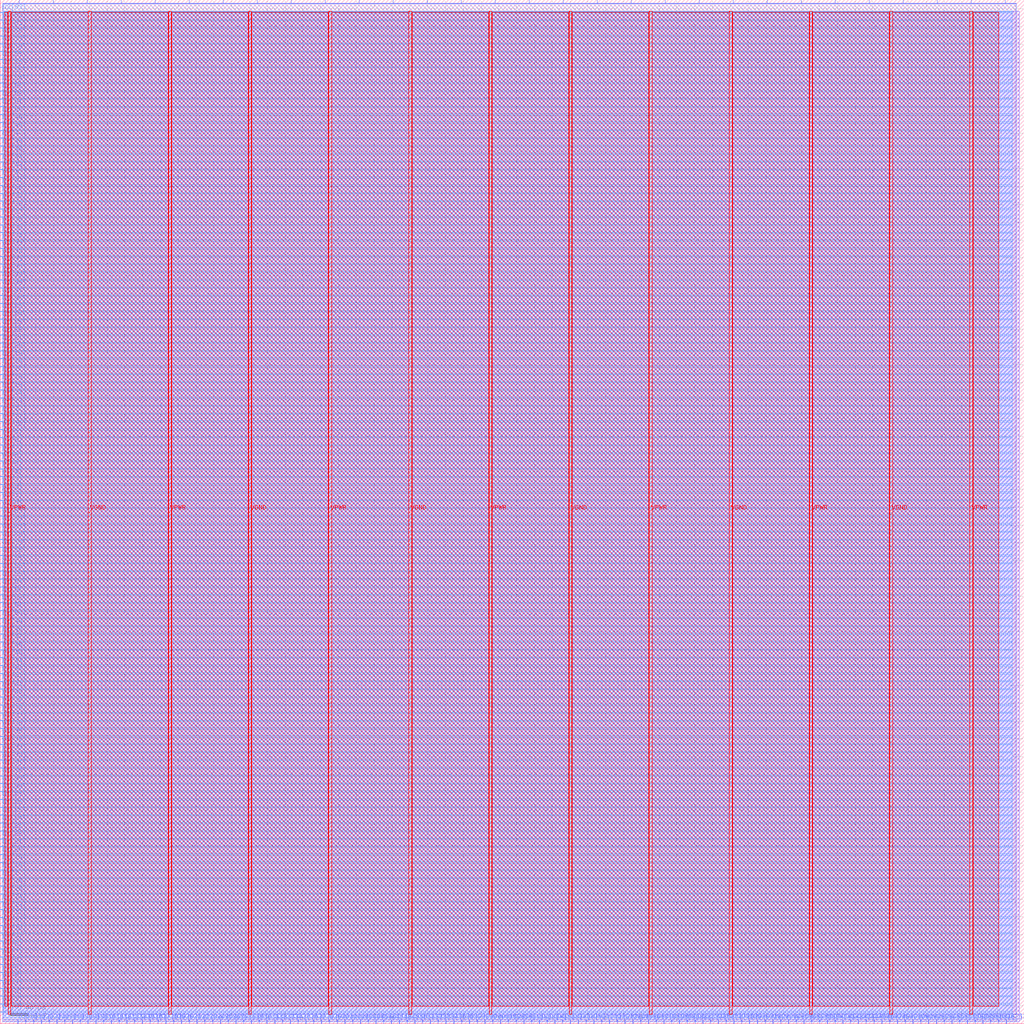
<source format=lef>
VERSION 5.7 ;
  NOWIREEXTENSIONATPIN ON ;
  DIVIDERCHAR "/" ;
  BUSBITCHARS "[]" ;
MACRO Microwatt_FP_DFFRFile
  CLASS BLOCK ;
  FOREIGN Microwatt_FP_DFFRFile ;
  ORIGIN 0.000 0.000 ;
  SIZE 1150.000 BY 1150.000 ;
  PIN CLK
    DIRECTION INPUT ;
    USE SIGNAL ;
    PORT
      LAYER met2 ;
        RECT 21.250 1146.000 21.530 1150.000 ;
    END
  END CLK
  PIN D1[0]
    DIRECTION OUTPUT TRISTATE ;
    USE SIGNAL ;
    PORT
      LAYER met3 ;
        RECT 0.000 12.960 4.000 13.560 ;
    END
  END D1[0]
  PIN D1[10]
    DIRECTION OUTPUT TRISTATE ;
    USE SIGNAL ;
    PORT
      LAYER met3 ;
        RECT 0.000 101.360 4.000 101.960 ;
    END
  END D1[10]
  PIN D1[11]
    DIRECTION OUTPUT TRISTATE ;
    USE SIGNAL ;
    PORT
      LAYER met3 ;
        RECT 0.000 110.200 4.000 110.800 ;
    END
  END D1[11]
  PIN D1[12]
    DIRECTION OUTPUT TRISTATE ;
    USE SIGNAL ;
    PORT
      LAYER met3 ;
        RECT 0.000 119.040 4.000 119.640 ;
    END
  END D1[12]
  PIN D1[13]
    DIRECTION OUTPUT TRISTATE ;
    USE SIGNAL ;
    PORT
      LAYER met3 ;
        RECT 0.000 127.880 4.000 128.480 ;
    END
  END D1[13]
  PIN D1[14]
    DIRECTION OUTPUT TRISTATE ;
    USE SIGNAL ;
    PORT
      LAYER met3 ;
        RECT 0.000 136.720 4.000 137.320 ;
    END
  END D1[14]
  PIN D1[15]
    DIRECTION OUTPUT TRISTATE ;
    USE SIGNAL ;
    PORT
      LAYER met3 ;
        RECT 0.000 145.560 4.000 146.160 ;
    END
  END D1[15]
  PIN D1[16]
    DIRECTION OUTPUT TRISTATE ;
    USE SIGNAL ;
    PORT
      LAYER met3 ;
        RECT 0.000 154.400 4.000 155.000 ;
    END
  END D1[16]
  PIN D1[17]
    DIRECTION OUTPUT TRISTATE ;
    USE SIGNAL ;
    PORT
      LAYER met3 ;
        RECT 0.000 163.240 4.000 163.840 ;
    END
  END D1[17]
  PIN D1[18]
    DIRECTION OUTPUT TRISTATE ;
    USE SIGNAL ;
    PORT
      LAYER met3 ;
        RECT 0.000 172.080 4.000 172.680 ;
    END
  END D1[18]
  PIN D1[19]
    DIRECTION OUTPUT TRISTATE ;
    USE SIGNAL ;
    PORT
      LAYER met3 ;
        RECT 0.000 180.920 4.000 181.520 ;
    END
  END D1[19]
  PIN D1[1]
    DIRECTION OUTPUT TRISTATE ;
    USE SIGNAL ;
    PORT
      LAYER met3 ;
        RECT 0.000 21.800 4.000 22.400 ;
    END
  END D1[1]
  PIN D1[20]
    DIRECTION OUTPUT TRISTATE ;
    USE SIGNAL ;
    PORT
      LAYER met3 ;
        RECT 0.000 189.760 4.000 190.360 ;
    END
  END D1[20]
  PIN D1[21]
    DIRECTION OUTPUT TRISTATE ;
    USE SIGNAL ;
    PORT
      LAYER met3 ;
        RECT 0.000 198.600 4.000 199.200 ;
    END
  END D1[21]
  PIN D1[22]
    DIRECTION OUTPUT TRISTATE ;
    USE SIGNAL ;
    PORT
      LAYER met3 ;
        RECT 0.000 207.440 4.000 208.040 ;
    END
  END D1[22]
  PIN D1[23]
    DIRECTION OUTPUT TRISTATE ;
    USE SIGNAL ;
    PORT
      LAYER met3 ;
        RECT 0.000 216.280 4.000 216.880 ;
    END
  END D1[23]
  PIN D1[24]
    DIRECTION OUTPUT TRISTATE ;
    USE SIGNAL ;
    PORT
      LAYER met3 ;
        RECT 0.000 225.120 4.000 225.720 ;
    END
  END D1[24]
  PIN D1[25]
    DIRECTION OUTPUT TRISTATE ;
    USE SIGNAL ;
    PORT
      LAYER met3 ;
        RECT 0.000 233.960 4.000 234.560 ;
    END
  END D1[25]
  PIN D1[26]
    DIRECTION OUTPUT TRISTATE ;
    USE SIGNAL ;
    PORT
      LAYER met3 ;
        RECT 0.000 242.800 4.000 243.400 ;
    END
  END D1[26]
  PIN D1[27]
    DIRECTION OUTPUT TRISTATE ;
    USE SIGNAL ;
    PORT
      LAYER met3 ;
        RECT 0.000 251.640 4.000 252.240 ;
    END
  END D1[27]
  PIN D1[28]
    DIRECTION OUTPUT TRISTATE ;
    USE SIGNAL ;
    PORT
      LAYER met3 ;
        RECT 0.000 260.480 4.000 261.080 ;
    END
  END D1[28]
  PIN D1[29]
    DIRECTION OUTPUT TRISTATE ;
    USE SIGNAL ;
    PORT
      LAYER met3 ;
        RECT 0.000 269.320 4.000 269.920 ;
    END
  END D1[29]
  PIN D1[2]
    DIRECTION OUTPUT TRISTATE ;
    USE SIGNAL ;
    PORT
      LAYER met3 ;
        RECT 0.000 30.640 4.000 31.240 ;
    END
  END D1[2]
  PIN D1[30]
    DIRECTION OUTPUT TRISTATE ;
    USE SIGNAL ;
    PORT
      LAYER met3 ;
        RECT 0.000 278.160 4.000 278.760 ;
    END
  END D1[30]
  PIN D1[31]
    DIRECTION OUTPUT TRISTATE ;
    USE SIGNAL ;
    PORT
      LAYER met3 ;
        RECT 0.000 287.000 4.000 287.600 ;
    END
  END D1[31]
  PIN D1[32]
    DIRECTION OUTPUT TRISTATE ;
    USE SIGNAL ;
    PORT
      LAYER met3 ;
        RECT 0.000 295.840 4.000 296.440 ;
    END
  END D1[32]
  PIN D1[33]
    DIRECTION OUTPUT TRISTATE ;
    USE SIGNAL ;
    PORT
      LAYER met3 ;
        RECT 0.000 304.680 4.000 305.280 ;
    END
  END D1[33]
  PIN D1[34]
    DIRECTION OUTPUT TRISTATE ;
    USE SIGNAL ;
    PORT
      LAYER met3 ;
        RECT 0.000 313.520 4.000 314.120 ;
    END
  END D1[34]
  PIN D1[35]
    DIRECTION OUTPUT TRISTATE ;
    USE SIGNAL ;
    PORT
      LAYER met3 ;
        RECT 0.000 322.360 4.000 322.960 ;
    END
  END D1[35]
  PIN D1[36]
    DIRECTION OUTPUT TRISTATE ;
    USE SIGNAL ;
    PORT
      LAYER met3 ;
        RECT 0.000 331.200 4.000 331.800 ;
    END
  END D1[36]
  PIN D1[37]
    DIRECTION OUTPUT TRISTATE ;
    USE SIGNAL ;
    PORT
      LAYER met3 ;
        RECT 0.000 340.040 4.000 340.640 ;
    END
  END D1[37]
  PIN D1[38]
    DIRECTION OUTPUT TRISTATE ;
    USE SIGNAL ;
    PORT
      LAYER met3 ;
        RECT 0.000 348.880 4.000 349.480 ;
    END
  END D1[38]
  PIN D1[39]
    DIRECTION OUTPUT TRISTATE ;
    USE SIGNAL ;
    PORT
      LAYER met3 ;
        RECT 0.000 357.720 4.000 358.320 ;
    END
  END D1[39]
  PIN D1[3]
    DIRECTION OUTPUT TRISTATE ;
    USE SIGNAL ;
    PORT
      LAYER met3 ;
        RECT 0.000 39.480 4.000 40.080 ;
    END
  END D1[3]
  PIN D1[40]
    DIRECTION OUTPUT TRISTATE ;
    USE SIGNAL ;
    PORT
      LAYER met3 ;
        RECT 0.000 366.560 4.000 367.160 ;
    END
  END D1[40]
  PIN D1[41]
    DIRECTION OUTPUT TRISTATE ;
    USE SIGNAL ;
    PORT
      LAYER met3 ;
        RECT 0.000 375.400 4.000 376.000 ;
    END
  END D1[41]
  PIN D1[42]
    DIRECTION OUTPUT TRISTATE ;
    USE SIGNAL ;
    PORT
      LAYER met3 ;
        RECT 0.000 384.240 4.000 384.840 ;
    END
  END D1[42]
  PIN D1[43]
    DIRECTION OUTPUT TRISTATE ;
    USE SIGNAL ;
    PORT
      LAYER met3 ;
        RECT 0.000 393.080 4.000 393.680 ;
    END
  END D1[43]
  PIN D1[44]
    DIRECTION OUTPUT TRISTATE ;
    USE SIGNAL ;
    PORT
      LAYER met3 ;
        RECT 0.000 401.920 4.000 402.520 ;
    END
  END D1[44]
  PIN D1[45]
    DIRECTION OUTPUT TRISTATE ;
    USE SIGNAL ;
    PORT
      LAYER met3 ;
        RECT 0.000 410.760 4.000 411.360 ;
    END
  END D1[45]
  PIN D1[46]
    DIRECTION OUTPUT TRISTATE ;
    USE SIGNAL ;
    PORT
      LAYER met3 ;
        RECT 0.000 419.600 4.000 420.200 ;
    END
  END D1[46]
  PIN D1[47]
    DIRECTION OUTPUT TRISTATE ;
    USE SIGNAL ;
    PORT
      LAYER met3 ;
        RECT 0.000 428.440 4.000 429.040 ;
    END
  END D1[47]
  PIN D1[48]
    DIRECTION OUTPUT TRISTATE ;
    USE SIGNAL ;
    PORT
      LAYER met3 ;
        RECT 0.000 437.280 4.000 437.880 ;
    END
  END D1[48]
  PIN D1[49]
    DIRECTION OUTPUT TRISTATE ;
    USE SIGNAL ;
    PORT
      LAYER met3 ;
        RECT 0.000 446.120 4.000 446.720 ;
    END
  END D1[49]
  PIN D1[4]
    DIRECTION OUTPUT TRISTATE ;
    USE SIGNAL ;
    PORT
      LAYER met3 ;
        RECT 0.000 48.320 4.000 48.920 ;
    END
  END D1[4]
  PIN D1[50]
    DIRECTION OUTPUT TRISTATE ;
    USE SIGNAL ;
    PORT
      LAYER met3 ;
        RECT 0.000 454.960 4.000 455.560 ;
    END
  END D1[50]
  PIN D1[51]
    DIRECTION OUTPUT TRISTATE ;
    USE SIGNAL ;
    PORT
      LAYER met3 ;
        RECT 0.000 463.800 4.000 464.400 ;
    END
  END D1[51]
  PIN D1[52]
    DIRECTION OUTPUT TRISTATE ;
    USE SIGNAL ;
    PORT
      LAYER met3 ;
        RECT 0.000 472.640 4.000 473.240 ;
    END
  END D1[52]
  PIN D1[53]
    DIRECTION OUTPUT TRISTATE ;
    USE SIGNAL ;
    PORT
      LAYER met3 ;
        RECT 0.000 481.480 4.000 482.080 ;
    END
  END D1[53]
  PIN D1[54]
    DIRECTION OUTPUT TRISTATE ;
    USE SIGNAL ;
    PORT
      LAYER met3 ;
        RECT 0.000 490.320 4.000 490.920 ;
    END
  END D1[54]
  PIN D1[55]
    DIRECTION OUTPUT TRISTATE ;
    USE SIGNAL ;
    PORT
      LAYER met3 ;
        RECT 0.000 499.160 4.000 499.760 ;
    END
  END D1[55]
  PIN D1[56]
    DIRECTION OUTPUT TRISTATE ;
    USE SIGNAL ;
    PORT
      LAYER met3 ;
        RECT 0.000 508.000 4.000 508.600 ;
    END
  END D1[56]
  PIN D1[57]
    DIRECTION OUTPUT TRISTATE ;
    USE SIGNAL ;
    PORT
      LAYER met3 ;
        RECT 0.000 516.840 4.000 517.440 ;
    END
  END D1[57]
  PIN D1[58]
    DIRECTION OUTPUT TRISTATE ;
    USE SIGNAL ;
    PORT
      LAYER met3 ;
        RECT 0.000 525.680 4.000 526.280 ;
    END
  END D1[58]
  PIN D1[59]
    DIRECTION OUTPUT TRISTATE ;
    USE SIGNAL ;
    PORT
      LAYER met3 ;
        RECT 0.000 534.520 4.000 535.120 ;
    END
  END D1[59]
  PIN D1[5]
    DIRECTION OUTPUT TRISTATE ;
    USE SIGNAL ;
    PORT
      LAYER met3 ;
        RECT 0.000 57.160 4.000 57.760 ;
    END
  END D1[5]
  PIN D1[60]
    DIRECTION OUTPUT TRISTATE ;
    USE SIGNAL ;
    PORT
      LAYER met3 ;
        RECT 0.000 543.360 4.000 543.960 ;
    END
  END D1[60]
  PIN D1[61]
    DIRECTION OUTPUT TRISTATE ;
    USE SIGNAL ;
    PORT
      LAYER met3 ;
        RECT 0.000 552.200 4.000 552.800 ;
    END
  END D1[61]
  PIN D1[62]
    DIRECTION OUTPUT TRISTATE ;
    USE SIGNAL ;
    PORT
      LAYER met3 ;
        RECT 0.000 561.040 4.000 561.640 ;
    END
  END D1[62]
  PIN D1[63]
    DIRECTION OUTPUT TRISTATE ;
    USE SIGNAL ;
    PORT
      LAYER met3 ;
        RECT 0.000 569.880 4.000 570.480 ;
    END
  END D1[63]
  PIN D1[6]
    DIRECTION OUTPUT TRISTATE ;
    USE SIGNAL ;
    PORT
      LAYER met3 ;
        RECT 0.000 66.000 4.000 66.600 ;
    END
  END D1[6]
  PIN D1[7]
    DIRECTION OUTPUT TRISTATE ;
    USE SIGNAL ;
    PORT
      LAYER met3 ;
        RECT 0.000 74.840 4.000 75.440 ;
    END
  END D1[7]
  PIN D1[8]
    DIRECTION OUTPUT TRISTATE ;
    USE SIGNAL ;
    PORT
      LAYER met3 ;
        RECT 0.000 83.680 4.000 84.280 ;
    END
  END D1[8]
  PIN D1[9]
    DIRECTION OUTPUT TRISTATE ;
    USE SIGNAL ;
    PORT
      LAYER met3 ;
        RECT 0.000 92.520 4.000 93.120 ;
    END
  END D1[9]
  PIN D2[0]
    DIRECTION OUTPUT TRISTATE ;
    USE SIGNAL ;
    PORT
      LAYER met3 ;
        RECT 0.000 578.720 4.000 579.320 ;
    END
  END D2[0]
  PIN D2[10]
    DIRECTION OUTPUT TRISTATE ;
    USE SIGNAL ;
    PORT
      LAYER met3 ;
        RECT 0.000 667.120 4.000 667.720 ;
    END
  END D2[10]
  PIN D2[11]
    DIRECTION OUTPUT TRISTATE ;
    USE SIGNAL ;
    PORT
      LAYER met3 ;
        RECT 0.000 675.960 4.000 676.560 ;
    END
  END D2[11]
  PIN D2[12]
    DIRECTION OUTPUT TRISTATE ;
    USE SIGNAL ;
    PORT
      LAYER met3 ;
        RECT 0.000 684.800 4.000 685.400 ;
    END
  END D2[12]
  PIN D2[13]
    DIRECTION OUTPUT TRISTATE ;
    USE SIGNAL ;
    PORT
      LAYER met3 ;
        RECT 0.000 693.640 4.000 694.240 ;
    END
  END D2[13]
  PIN D2[14]
    DIRECTION OUTPUT TRISTATE ;
    USE SIGNAL ;
    PORT
      LAYER met3 ;
        RECT 0.000 702.480 4.000 703.080 ;
    END
  END D2[14]
  PIN D2[15]
    DIRECTION OUTPUT TRISTATE ;
    USE SIGNAL ;
    PORT
      LAYER met3 ;
        RECT 0.000 711.320 4.000 711.920 ;
    END
  END D2[15]
  PIN D2[16]
    DIRECTION OUTPUT TRISTATE ;
    USE SIGNAL ;
    PORT
      LAYER met3 ;
        RECT 0.000 720.160 4.000 720.760 ;
    END
  END D2[16]
  PIN D2[17]
    DIRECTION OUTPUT TRISTATE ;
    USE SIGNAL ;
    PORT
      LAYER met3 ;
        RECT 0.000 729.000 4.000 729.600 ;
    END
  END D2[17]
  PIN D2[18]
    DIRECTION OUTPUT TRISTATE ;
    USE SIGNAL ;
    PORT
      LAYER met3 ;
        RECT 0.000 737.840 4.000 738.440 ;
    END
  END D2[18]
  PIN D2[19]
    DIRECTION OUTPUT TRISTATE ;
    USE SIGNAL ;
    PORT
      LAYER met3 ;
        RECT 0.000 746.680 4.000 747.280 ;
    END
  END D2[19]
  PIN D2[1]
    DIRECTION OUTPUT TRISTATE ;
    USE SIGNAL ;
    PORT
      LAYER met3 ;
        RECT 0.000 587.560 4.000 588.160 ;
    END
  END D2[1]
  PIN D2[20]
    DIRECTION OUTPUT TRISTATE ;
    USE SIGNAL ;
    PORT
      LAYER met3 ;
        RECT 0.000 755.520 4.000 756.120 ;
    END
  END D2[20]
  PIN D2[21]
    DIRECTION OUTPUT TRISTATE ;
    USE SIGNAL ;
    PORT
      LAYER met3 ;
        RECT 0.000 764.360 4.000 764.960 ;
    END
  END D2[21]
  PIN D2[22]
    DIRECTION OUTPUT TRISTATE ;
    USE SIGNAL ;
    PORT
      LAYER met3 ;
        RECT 0.000 773.200 4.000 773.800 ;
    END
  END D2[22]
  PIN D2[23]
    DIRECTION OUTPUT TRISTATE ;
    USE SIGNAL ;
    PORT
      LAYER met3 ;
        RECT 0.000 782.040 4.000 782.640 ;
    END
  END D2[23]
  PIN D2[24]
    DIRECTION OUTPUT TRISTATE ;
    USE SIGNAL ;
    PORT
      LAYER met3 ;
        RECT 0.000 790.880 4.000 791.480 ;
    END
  END D2[24]
  PIN D2[25]
    DIRECTION OUTPUT TRISTATE ;
    USE SIGNAL ;
    PORT
      LAYER met3 ;
        RECT 0.000 799.720 4.000 800.320 ;
    END
  END D2[25]
  PIN D2[26]
    DIRECTION OUTPUT TRISTATE ;
    USE SIGNAL ;
    PORT
      LAYER met3 ;
        RECT 0.000 808.560 4.000 809.160 ;
    END
  END D2[26]
  PIN D2[27]
    DIRECTION OUTPUT TRISTATE ;
    USE SIGNAL ;
    PORT
      LAYER met3 ;
        RECT 0.000 817.400 4.000 818.000 ;
    END
  END D2[27]
  PIN D2[28]
    DIRECTION OUTPUT TRISTATE ;
    USE SIGNAL ;
    PORT
      LAYER met3 ;
        RECT 0.000 826.240 4.000 826.840 ;
    END
  END D2[28]
  PIN D2[29]
    DIRECTION OUTPUT TRISTATE ;
    USE SIGNAL ;
    PORT
      LAYER met3 ;
        RECT 0.000 835.080 4.000 835.680 ;
    END
  END D2[29]
  PIN D2[2]
    DIRECTION OUTPUT TRISTATE ;
    USE SIGNAL ;
    PORT
      LAYER met3 ;
        RECT 0.000 596.400 4.000 597.000 ;
    END
  END D2[2]
  PIN D2[30]
    DIRECTION OUTPUT TRISTATE ;
    USE SIGNAL ;
    PORT
      LAYER met3 ;
        RECT 0.000 843.920 4.000 844.520 ;
    END
  END D2[30]
  PIN D2[31]
    DIRECTION OUTPUT TRISTATE ;
    USE SIGNAL ;
    PORT
      LAYER met3 ;
        RECT 0.000 852.760 4.000 853.360 ;
    END
  END D2[31]
  PIN D2[32]
    DIRECTION OUTPUT TRISTATE ;
    USE SIGNAL ;
    PORT
      LAYER met3 ;
        RECT 0.000 861.600 4.000 862.200 ;
    END
  END D2[32]
  PIN D2[33]
    DIRECTION OUTPUT TRISTATE ;
    USE SIGNAL ;
    PORT
      LAYER met3 ;
        RECT 0.000 870.440 4.000 871.040 ;
    END
  END D2[33]
  PIN D2[34]
    DIRECTION OUTPUT TRISTATE ;
    USE SIGNAL ;
    PORT
      LAYER met3 ;
        RECT 0.000 879.280 4.000 879.880 ;
    END
  END D2[34]
  PIN D2[35]
    DIRECTION OUTPUT TRISTATE ;
    USE SIGNAL ;
    PORT
      LAYER met3 ;
        RECT 0.000 888.120 4.000 888.720 ;
    END
  END D2[35]
  PIN D2[36]
    DIRECTION OUTPUT TRISTATE ;
    USE SIGNAL ;
    PORT
      LAYER met3 ;
        RECT 0.000 896.960 4.000 897.560 ;
    END
  END D2[36]
  PIN D2[37]
    DIRECTION OUTPUT TRISTATE ;
    USE SIGNAL ;
    PORT
      LAYER met3 ;
        RECT 0.000 905.800 4.000 906.400 ;
    END
  END D2[37]
  PIN D2[38]
    DIRECTION OUTPUT TRISTATE ;
    USE SIGNAL ;
    PORT
      LAYER met3 ;
        RECT 0.000 914.640 4.000 915.240 ;
    END
  END D2[38]
  PIN D2[39]
    DIRECTION OUTPUT TRISTATE ;
    USE SIGNAL ;
    PORT
      LAYER met3 ;
        RECT 0.000 923.480 4.000 924.080 ;
    END
  END D2[39]
  PIN D2[3]
    DIRECTION OUTPUT TRISTATE ;
    USE SIGNAL ;
    PORT
      LAYER met3 ;
        RECT 0.000 605.240 4.000 605.840 ;
    END
  END D2[3]
  PIN D2[40]
    DIRECTION OUTPUT TRISTATE ;
    USE SIGNAL ;
    PORT
      LAYER met3 ;
        RECT 0.000 932.320 4.000 932.920 ;
    END
  END D2[40]
  PIN D2[41]
    DIRECTION OUTPUT TRISTATE ;
    USE SIGNAL ;
    PORT
      LAYER met3 ;
        RECT 0.000 941.160 4.000 941.760 ;
    END
  END D2[41]
  PIN D2[42]
    DIRECTION OUTPUT TRISTATE ;
    USE SIGNAL ;
    PORT
      LAYER met3 ;
        RECT 0.000 950.000 4.000 950.600 ;
    END
  END D2[42]
  PIN D2[43]
    DIRECTION OUTPUT TRISTATE ;
    USE SIGNAL ;
    PORT
      LAYER met3 ;
        RECT 0.000 958.840 4.000 959.440 ;
    END
  END D2[43]
  PIN D2[44]
    DIRECTION OUTPUT TRISTATE ;
    USE SIGNAL ;
    PORT
      LAYER met3 ;
        RECT 0.000 967.680 4.000 968.280 ;
    END
  END D2[44]
  PIN D2[45]
    DIRECTION OUTPUT TRISTATE ;
    USE SIGNAL ;
    PORT
      LAYER met3 ;
        RECT 0.000 976.520 4.000 977.120 ;
    END
  END D2[45]
  PIN D2[46]
    DIRECTION OUTPUT TRISTATE ;
    USE SIGNAL ;
    PORT
      LAYER met3 ;
        RECT 0.000 985.360 4.000 985.960 ;
    END
  END D2[46]
  PIN D2[47]
    DIRECTION OUTPUT TRISTATE ;
    USE SIGNAL ;
    PORT
      LAYER met3 ;
        RECT 0.000 994.200 4.000 994.800 ;
    END
  END D2[47]
  PIN D2[48]
    DIRECTION OUTPUT TRISTATE ;
    USE SIGNAL ;
    PORT
      LAYER met3 ;
        RECT 0.000 1003.040 4.000 1003.640 ;
    END
  END D2[48]
  PIN D2[49]
    DIRECTION OUTPUT TRISTATE ;
    USE SIGNAL ;
    PORT
      LAYER met3 ;
        RECT 0.000 1011.880 4.000 1012.480 ;
    END
  END D2[49]
  PIN D2[4]
    DIRECTION OUTPUT TRISTATE ;
    USE SIGNAL ;
    PORT
      LAYER met3 ;
        RECT 0.000 614.080 4.000 614.680 ;
    END
  END D2[4]
  PIN D2[50]
    DIRECTION OUTPUT TRISTATE ;
    USE SIGNAL ;
    PORT
      LAYER met3 ;
        RECT 0.000 1020.720 4.000 1021.320 ;
    END
  END D2[50]
  PIN D2[51]
    DIRECTION OUTPUT TRISTATE ;
    USE SIGNAL ;
    PORT
      LAYER met3 ;
        RECT 0.000 1029.560 4.000 1030.160 ;
    END
  END D2[51]
  PIN D2[52]
    DIRECTION OUTPUT TRISTATE ;
    USE SIGNAL ;
    PORT
      LAYER met3 ;
        RECT 0.000 1038.400 4.000 1039.000 ;
    END
  END D2[52]
  PIN D2[53]
    DIRECTION OUTPUT TRISTATE ;
    USE SIGNAL ;
    PORT
      LAYER met3 ;
        RECT 0.000 1047.240 4.000 1047.840 ;
    END
  END D2[53]
  PIN D2[54]
    DIRECTION OUTPUT TRISTATE ;
    USE SIGNAL ;
    PORT
      LAYER met3 ;
        RECT 0.000 1056.080 4.000 1056.680 ;
    END
  END D2[54]
  PIN D2[55]
    DIRECTION OUTPUT TRISTATE ;
    USE SIGNAL ;
    PORT
      LAYER met3 ;
        RECT 0.000 1064.920 4.000 1065.520 ;
    END
  END D2[55]
  PIN D2[56]
    DIRECTION OUTPUT TRISTATE ;
    USE SIGNAL ;
    PORT
      LAYER met3 ;
        RECT 0.000 1073.760 4.000 1074.360 ;
    END
  END D2[56]
  PIN D2[57]
    DIRECTION OUTPUT TRISTATE ;
    USE SIGNAL ;
    PORT
      LAYER met3 ;
        RECT 0.000 1082.600 4.000 1083.200 ;
    END
  END D2[57]
  PIN D2[58]
    DIRECTION OUTPUT TRISTATE ;
    USE SIGNAL ;
    PORT
      LAYER met3 ;
        RECT 0.000 1091.440 4.000 1092.040 ;
    END
  END D2[58]
  PIN D2[59]
    DIRECTION OUTPUT TRISTATE ;
    USE SIGNAL ;
    PORT
      LAYER met3 ;
        RECT 0.000 1100.280 4.000 1100.880 ;
    END
  END D2[59]
  PIN D2[5]
    DIRECTION OUTPUT TRISTATE ;
    USE SIGNAL ;
    PORT
      LAYER met3 ;
        RECT 0.000 622.920 4.000 623.520 ;
    END
  END D2[5]
  PIN D2[60]
    DIRECTION OUTPUT TRISTATE ;
    USE SIGNAL ;
    PORT
      LAYER met3 ;
        RECT 0.000 1109.120 4.000 1109.720 ;
    END
  END D2[60]
  PIN D2[61]
    DIRECTION OUTPUT TRISTATE ;
    USE SIGNAL ;
    PORT
      LAYER met3 ;
        RECT 0.000 1117.960 4.000 1118.560 ;
    END
  END D2[61]
  PIN D2[62]
    DIRECTION OUTPUT TRISTATE ;
    USE SIGNAL ;
    PORT
      LAYER met3 ;
        RECT 0.000 1126.800 4.000 1127.400 ;
    END
  END D2[62]
  PIN D2[63]
    DIRECTION OUTPUT TRISTATE ;
    USE SIGNAL ;
    PORT
      LAYER met3 ;
        RECT 0.000 1135.640 4.000 1136.240 ;
    END
  END D2[63]
  PIN D2[6]
    DIRECTION OUTPUT TRISTATE ;
    USE SIGNAL ;
    PORT
      LAYER met3 ;
        RECT 0.000 631.760 4.000 632.360 ;
    END
  END D2[6]
  PIN D2[7]
    DIRECTION OUTPUT TRISTATE ;
    USE SIGNAL ;
    PORT
      LAYER met3 ;
        RECT 0.000 640.600 4.000 641.200 ;
    END
  END D2[7]
  PIN D2[8]
    DIRECTION OUTPUT TRISTATE ;
    USE SIGNAL ;
    PORT
      LAYER met3 ;
        RECT 0.000 649.440 4.000 650.040 ;
    END
  END D2[8]
  PIN D2[9]
    DIRECTION OUTPUT TRISTATE ;
    USE SIGNAL ;
    PORT
      LAYER met3 ;
        RECT 0.000 658.280 4.000 658.880 ;
    END
  END D2[9]
  PIN D3[0]
    DIRECTION OUTPUT TRISTATE ;
    USE SIGNAL ;
    PORT
      LAYER met2 ;
        RECT 19.870 0.000 20.150 4.000 ;
    END
  END D3[0]
  PIN D3[10]
    DIRECTION OUTPUT TRISTATE ;
    USE SIGNAL ;
    PORT
      LAYER met2 ;
        RECT 107.270 0.000 107.550 4.000 ;
    END
  END D3[10]
  PIN D3[11]
    DIRECTION OUTPUT TRISTATE ;
    USE SIGNAL ;
    PORT
      LAYER met2 ;
        RECT 116.010 0.000 116.290 4.000 ;
    END
  END D3[11]
  PIN D3[12]
    DIRECTION OUTPUT TRISTATE ;
    USE SIGNAL ;
    PORT
      LAYER met2 ;
        RECT 124.750 0.000 125.030 4.000 ;
    END
  END D3[12]
  PIN D3[13]
    DIRECTION OUTPUT TRISTATE ;
    USE SIGNAL ;
    PORT
      LAYER met2 ;
        RECT 133.490 0.000 133.770 4.000 ;
    END
  END D3[13]
  PIN D3[14]
    DIRECTION OUTPUT TRISTATE ;
    USE SIGNAL ;
    PORT
      LAYER met2 ;
        RECT 142.230 0.000 142.510 4.000 ;
    END
  END D3[14]
  PIN D3[15]
    DIRECTION OUTPUT TRISTATE ;
    USE SIGNAL ;
    PORT
      LAYER met2 ;
        RECT 150.970 0.000 151.250 4.000 ;
    END
  END D3[15]
  PIN D3[16]
    DIRECTION OUTPUT TRISTATE ;
    USE SIGNAL ;
    PORT
      LAYER met2 ;
        RECT 159.710 0.000 159.990 4.000 ;
    END
  END D3[16]
  PIN D3[17]
    DIRECTION OUTPUT TRISTATE ;
    USE SIGNAL ;
    PORT
      LAYER met2 ;
        RECT 168.450 0.000 168.730 4.000 ;
    END
  END D3[17]
  PIN D3[18]
    DIRECTION OUTPUT TRISTATE ;
    USE SIGNAL ;
    PORT
      LAYER met2 ;
        RECT 177.190 0.000 177.470 4.000 ;
    END
  END D3[18]
  PIN D3[19]
    DIRECTION OUTPUT TRISTATE ;
    USE SIGNAL ;
    PORT
      LAYER met2 ;
        RECT 185.930 0.000 186.210 4.000 ;
    END
  END D3[19]
  PIN D3[1]
    DIRECTION OUTPUT TRISTATE ;
    USE SIGNAL ;
    PORT
      LAYER met2 ;
        RECT 28.610 0.000 28.890 4.000 ;
    END
  END D3[1]
  PIN D3[20]
    DIRECTION OUTPUT TRISTATE ;
    USE SIGNAL ;
    PORT
      LAYER met2 ;
        RECT 194.670 0.000 194.950 4.000 ;
    END
  END D3[20]
  PIN D3[21]
    DIRECTION OUTPUT TRISTATE ;
    USE SIGNAL ;
    PORT
      LAYER met2 ;
        RECT 203.410 0.000 203.690 4.000 ;
    END
  END D3[21]
  PIN D3[22]
    DIRECTION OUTPUT TRISTATE ;
    USE SIGNAL ;
    PORT
      LAYER met2 ;
        RECT 212.150 0.000 212.430 4.000 ;
    END
  END D3[22]
  PIN D3[23]
    DIRECTION OUTPUT TRISTATE ;
    USE SIGNAL ;
    PORT
      LAYER met2 ;
        RECT 220.890 0.000 221.170 4.000 ;
    END
  END D3[23]
  PIN D3[24]
    DIRECTION OUTPUT TRISTATE ;
    USE SIGNAL ;
    PORT
      LAYER met2 ;
        RECT 229.630 0.000 229.910 4.000 ;
    END
  END D3[24]
  PIN D3[25]
    DIRECTION OUTPUT TRISTATE ;
    USE SIGNAL ;
    PORT
      LAYER met2 ;
        RECT 238.370 0.000 238.650 4.000 ;
    END
  END D3[25]
  PIN D3[26]
    DIRECTION OUTPUT TRISTATE ;
    USE SIGNAL ;
    PORT
      LAYER met2 ;
        RECT 247.110 0.000 247.390 4.000 ;
    END
  END D3[26]
  PIN D3[27]
    DIRECTION OUTPUT TRISTATE ;
    USE SIGNAL ;
    PORT
      LAYER met2 ;
        RECT 255.850 0.000 256.130 4.000 ;
    END
  END D3[27]
  PIN D3[28]
    DIRECTION OUTPUT TRISTATE ;
    USE SIGNAL ;
    PORT
      LAYER met2 ;
        RECT 264.590 0.000 264.870 4.000 ;
    END
  END D3[28]
  PIN D3[29]
    DIRECTION OUTPUT TRISTATE ;
    USE SIGNAL ;
    PORT
      LAYER met2 ;
        RECT 273.330 0.000 273.610 4.000 ;
    END
  END D3[29]
  PIN D3[2]
    DIRECTION OUTPUT TRISTATE ;
    USE SIGNAL ;
    PORT
      LAYER met2 ;
        RECT 37.350 0.000 37.630 4.000 ;
    END
  END D3[2]
  PIN D3[30]
    DIRECTION OUTPUT TRISTATE ;
    USE SIGNAL ;
    PORT
      LAYER met2 ;
        RECT 282.070 0.000 282.350 4.000 ;
    END
  END D3[30]
  PIN D3[31]
    DIRECTION OUTPUT TRISTATE ;
    USE SIGNAL ;
    PORT
      LAYER met2 ;
        RECT 290.810 0.000 291.090 4.000 ;
    END
  END D3[31]
  PIN D3[32]
    DIRECTION OUTPUT TRISTATE ;
    USE SIGNAL ;
    PORT
      LAYER met2 ;
        RECT 299.550 0.000 299.830 4.000 ;
    END
  END D3[32]
  PIN D3[33]
    DIRECTION OUTPUT TRISTATE ;
    USE SIGNAL ;
    PORT
      LAYER met2 ;
        RECT 308.290 0.000 308.570 4.000 ;
    END
  END D3[33]
  PIN D3[34]
    DIRECTION OUTPUT TRISTATE ;
    USE SIGNAL ;
    PORT
      LAYER met2 ;
        RECT 317.030 0.000 317.310 4.000 ;
    END
  END D3[34]
  PIN D3[35]
    DIRECTION OUTPUT TRISTATE ;
    USE SIGNAL ;
    PORT
      LAYER met2 ;
        RECT 325.770 0.000 326.050 4.000 ;
    END
  END D3[35]
  PIN D3[36]
    DIRECTION OUTPUT TRISTATE ;
    USE SIGNAL ;
    PORT
      LAYER met2 ;
        RECT 334.510 0.000 334.790 4.000 ;
    END
  END D3[36]
  PIN D3[37]
    DIRECTION OUTPUT TRISTATE ;
    USE SIGNAL ;
    PORT
      LAYER met2 ;
        RECT 343.250 0.000 343.530 4.000 ;
    END
  END D3[37]
  PIN D3[38]
    DIRECTION OUTPUT TRISTATE ;
    USE SIGNAL ;
    PORT
      LAYER met2 ;
        RECT 351.990 0.000 352.270 4.000 ;
    END
  END D3[38]
  PIN D3[39]
    DIRECTION OUTPUT TRISTATE ;
    USE SIGNAL ;
    PORT
      LAYER met2 ;
        RECT 360.730 0.000 361.010 4.000 ;
    END
  END D3[39]
  PIN D3[3]
    DIRECTION OUTPUT TRISTATE ;
    USE SIGNAL ;
    PORT
      LAYER met2 ;
        RECT 46.090 0.000 46.370 4.000 ;
    END
  END D3[3]
  PIN D3[40]
    DIRECTION OUTPUT TRISTATE ;
    USE SIGNAL ;
    PORT
      LAYER met2 ;
        RECT 369.470 0.000 369.750 4.000 ;
    END
  END D3[40]
  PIN D3[41]
    DIRECTION OUTPUT TRISTATE ;
    USE SIGNAL ;
    PORT
      LAYER met2 ;
        RECT 378.210 0.000 378.490 4.000 ;
    END
  END D3[41]
  PIN D3[42]
    DIRECTION OUTPUT TRISTATE ;
    USE SIGNAL ;
    PORT
      LAYER met2 ;
        RECT 386.950 0.000 387.230 4.000 ;
    END
  END D3[42]
  PIN D3[43]
    DIRECTION OUTPUT TRISTATE ;
    USE SIGNAL ;
    PORT
      LAYER met2 ;
        RECT 395.690 0.000 395.970 4.000 ;
    END
  END D3[43]
  PIN D3[44]
    DIRECTION OUTPUT TRISTATE ;
    USE SIGNAL ;
    PORT
      LAYER met2 ;
        RECT 404.430 0.000 404.710 4.000 ;
    END
  END D3[44]
  PIN D3[45]
    DIRECTION OUTPUT TRISTATE ;
    USE SIGNAL ;
    PORT
      LAYER met2 ;
        RECT 413.170 0.000 413.450 4.000 ;
    END
  END D3[45]
  PIN D3[46]
    DIRECTION OUTPUT TRISTATE ;
    USE SIGNAL ;
    PORT
      LAYER met2 ;
        RECT 421.910 0.000 422.190 4.000 ;
    END
  END D3[46]
  PIN D3[47]
    DIRECTION OUTPUT TRISTATE ;
    USE SIGNAL ;
    PORT
      LAYER met2 ;
        RECT 430.650 0.000 430.930 4.000 ;
    END
  END D3[47]
  PIN D3[48]
    DIRECTION OUTPUT TRISTATE ;
    USE SIGNAL ;
    PORT
      LAYER met2 ;
        RECT 439.390 0.000 439.670 4.000 ;
    END
  END D3[48]
  PIN D3[49]
    DIRECTION OUTPUT TRISTATE ;
    USE SIGNAL ;
    PORT
      LAYER met2 ;
        RECT 448.130 0.000 448.410 4.000 ;
    END
  END D3[49]
  PIN D3[4]
    DIRECTION OUTPUT TRISTATE ;
    USE SIGNAL ;
    PORT
      LAYER met2 ;
        RECT 54.830 0.000 55.110 4.000 ;
    END
  END D3[4]
  PIN D3[50]
    DIRECTION OUTPUT TRISTATE ;
    USE SIGNAL ;
    PORT
      LAYER met2 ;
        RECT 456.870 0.000 457.150 4.000 ;
    END
  END D3[50]
  PIN D3[51]
    DIRECTION OUTPUT TRISTATE ;
    USE SIGNAL ;
    PORT
      LAYER met2 ;
        RECT 465.610 0.000 465.890 4.000 ;
    END
  END D3[51]
  PIN D3[52]
    DIRECTION OUTPUT TRISTATE ;
    USE SIGNAL ;
    PORT
      LAYER met2 ;
        RECT 474.350 0.000 474.630 4.000 ;
    END
  END D3[52]
  PIN D3[53]
    DIRECTION OUTPUT TRISTATE ;
    USE SIGNAL ;
    PORT
      LAYER met2 ;
        RECT 483.090 0.000 483.370 4.000 ;
    END
  END D3[53]
  PIN D3[54]
    DIRECTION OUTPUT TRISTATE ;
    USE SIGNAL ;
    PORT
      LAYER met2 ;
        RECT 491.830 0.000 492.110 4.000 ;
    END
  END D3[54]
  PIN D3[55]
    DIRECTION OUTPUT TRISTATE ;
    USE SIGNAL ;
    PORT
      LAYER met2 ;
        RECT 500.570 0.000 500.850 4.000 ;
    END
  END D3[55]
  PIN D3[56]
    DIRECTION OUTPUT TRISTATE ;
    USE SIGNAL ;
    PORT
      LAYER met2 ;
        RECT 509.310 0.000 509.590 4.000 ;
    END
  END D3[56]
  PIN D3[57]
    DIRECTION OUTPUT TRISTATE ;
    USE SIGNAL ;
    PORT
      LAYER met2 ;
        RECT 518.050 0.000 518.330 4.000 ;
    END
  END D3[57]
  PIN D3[58]
    DIRECTION OUTPUT TRISTATE ;
    USE SIGNAL ;
    PORT
      LAYER met2 ;
        RECT 526.790 0.000 527.070 4.000 ;
    END
  END D3[58]
  PIN D3[59]
    DIRECTION OUTPUT TRISTATE ;
    USE SIGNAL ;
    PORT
      LAYER met2 ;
        RECT 535.530 0.000 535.810 4.000 ;
    END
  END D3[59]
  PIN D3[5]
    DIRECTION OUTPUT TRISTATE ;
    USE SIGNAL ;
    PORT
      LAYER met2 ;
        RECT 63.570 0.000 63.850 4.000 ;
    END
  END D3[5]
  PIN D3[60]
    DIRECTION OUTPUT TRISTATE ;
    USE SIGNAL ;
    PORT
      LAYER met2 ;
        RECT 544.270 0.000 544.550 4.000 ;
    END
  END D3[60]
  PIN D3[61]
    DIRECTION OUTPUT TRISTATE ;
    USE SIGNAL ;
    PORT
      LAYER met2 ;
        RECT 553.010 0.000 553.290 4.000 ;
    END
  END D3[61]
  PIN D3[62]
    DIRECTION OUTPUT TRISTATE ;
    USE SIGNAL ;
    PORT
      LAYER met2 ;
        RECT 561.750 0.000 562.030 4.000 ;
    END
  END D3[62]
  PIN D3[63]
    DIRECTION OUTPUT TRISTATE ;
    USE SIGNAL ;
    PORT
      LAYER met2 ;
        RECT 570.490 0.000 570.770 4.000 ;
    END
  END D3[63]
  PIN D3[6]
    DIRECTION OUTPUT TRISTATE ;
    USE SIGNAL ;
    PORT
      LAYER met2 ;
        RECT 72.310 0.000 72.590 4.000 ;
    END
  END D3[6]
  PIN D3[7]
    DIRECTION OUTPUT TRISTATE ;
    USE SIGNAL ;
    PORT
      LAYER met2 ;
        RECT 81.050 0.000 81.330 4.000 ;
    END
  END D3[7]
  PIN D3[8]
    DIRECTION OUTPUT TRISTATE ;
    USE SIGNAL ;
    PORT
      LAYER met2 ;
        RECT 89.790 0.000 90.070 4.000 ;
    END
  END D3[8]
  PIN D3[9]
    DIRECTION OUTPUT TRISTATE ;
    USE SIGNAL ;
    PORT
      LAYER met2 ;
        RECT 98.530 0.000 98.810 4.000 ;
    END
  END D3[9]
  PIN DW[0]
    DIRECTION INPUT ;
    USE SIGNAL ;
    PORT
      LAYER met2 ;
        RECT 579.230 0.000 579.510 4.000 ;
    END
  END DW[0]
  PIN DW[10]
    DIRECTION INPUT ;
    USE SIGNAL ;
    PORT
      LAYER met2 ;
        RECT 666.630 0.000 666.910 4.000 ;
    END
  END DW[10]
  PIN DW[11]
    DIRECTION INPUT ;
    USE SIGNAL ;
    PORT
      LAYER met2 ;
        RECT 675.370 0.000 675.650 4.000 ;
    END
  END DW[11]
  PIN DW[12]
    DIRECTION INPUT ;
    USE SIGNAL ;
    PORT
      LAYER met2 ;
        RECT 684.110 0.000 684.390 4.000 ;
    END
  END DW[12]
  PIN DW[13]
    DIRECTION INPUT ;
    USE SIGNAL ;
    PORT
      LAYER met2 ;
        RECT 692.850 0.000 693.130 4.000 ;
    END
  END DW[13]
  PIN DW[14]
    DIRECTION INPUT ;
    USE SIGNAL ;
    PORT
      LAYER met2 ;
        RECT 701.590 0.000 701.870 4.000 ;
    END
  END DW[14]
  PIN DW[15]
    DIRECTION INPUT ;
    USE SIGNAL ;
    PORT
      LAYER met2 ;
        RECT 710.330 0.000 710.610 4.000 ;
    END
  END DW[15]
  PIN DW[16]
    DIRECTION INPUT ;
    USE SIGNAL ;
    PORT
      LAYER met2 ;
        RECT 719.070 0.000 719.350 4.000 ;
    END
  END DW[16]
  PIN DW[17]
    DIRECTION INPUT ;
    USE SIGNAL ;
    PORT
      LAYER met2 ;
        RECT 727.810 0.000 728.090 4.000 ;
    END
  END DW[17]
  PIN DW[18]
    DIRECTION INPUT ;
    USE SIGNAL ;
    PORT
      LAYER met2 ;
        RECT 736.550 0.000 736.830 4.000 ;
    END
  END DW[18]
  PIN DW[19]
    DIRECTION INPUT ;
    USE SIGNAL ;
    PORT
      LAYER met2 ;
        RECT 745.290 0.000 745.570 4.000 ;
    END
  END DW[19]
  PIN DW[1]
    DIRECTION INPUT ;
    USE SIGNAL ;
    PORT
      LAYER met2 ;
        RECT 587.970 0.000 588.250 4.000 ;
    END
  END DW[1]
  PIN DW[20]
    DIRECTION INPUT ;
    USE SIGNAL ;
    PORT
      LAYER met2 ;
        RECT 754.030 0.000 754.310 4.000 ;
    END
  END DW[20]
  PIN DW[21]
    DIRECTION INPUT ;
    USE SIGNAL ;
    PORT
      LAYER met2 ;
        RECT 762.770 0.000 763.050 4.000 ;
    END
  END DW[21]
  PIN DW[22]
    DIRECTION INPUT ;
    USE SIGNAL ;
    PORT
      LAYER met2 ;
        RECT 771.510 0.000 771.790 4.000 ;
    END
  END DW[22]
  PIN DW[23]
    DIRECTION INPUT ;
    USE SIGNAL ;
    PORT
      LAYER met2 ;
        RECT 780.250 0.000 780.530 4.000 ;
    END
  END DW[23]
  PIN DW[24]
    DIRECTION INPUT ;
    USE SIGNAL ;
    PORT
      LAYER met2 ;
        RECT 788.990 0.000 789.270 4.000 ;
    END
  END DW[24]
  PIN DW[25]
    DIRECTION INPUT ;
    USE SIGNAL ;
    PORT
      LAYER met2 ;
        RECT 797.730 0.000 798.010 4.000 ;
    END
  END DW[25]
  PIN DW[26]
    DIRECTION INPUT ;
    USE SIGNAL ;
    PORT
      LAYER met2 ;
        RECT 806.470 0.000 806.750 4.000 ;
    END
  END DW[26]
  PIN DW[27]
    DIRECTION INPUT ;
    USE SIGNAL ;
    PORT
      LAYER met2 ;
        RECT 815.210 0.000 815.490 4.000 ;
    END
  END DW[27]
  PIN DW[28]
    DIRECTION INPUT ;
    USE SIGNAL ;
    PORT
      LAYER met2 ;
        RECT 823.950 0.000 824.230 4.000 ;
    END
  END DW[28]
  PIN DW[29]
    DIRECTION INPUT ;
    USE SIGNAL ;
    PORT
      LAYER met2 ;
        RECT 832.690 0.000 832.970 4.000 ;
    END
  END DW[29]
  PIN DW[2]
    DIRECTION INPUT ;
    USE SIGNAL ;
    PORT
      LAYER met2 ;
        RECT 596.710 0.000 596.990 4.000 ;
    END
  END DW[2]
  PIN DW[30]
    DIRECTION INPUT ;
    USE SIGNAL ;
    PORT
      LAYER met2 ;
        RECT 841.430 0.000 841.710 4.000 ;
    END
  END DW[30]
  PIN DW[31]
    DIRECTION INPUT ;
    USE SIGNAL ;
    PORT
      LAYER met2 ;
        RECT 850.170 0.000 850.450 4.000 ;
    END
  END DW[31]
  PIN DW[32]
    DIRECTION INPUT ;
    USE SIGNAL ;
    PORT
      LAYER met2 ;
        RECT 858.910 0.000 859.190 4.000 ;
    END
  END DW[32]
  PIN DW[33]
    DIRECTION INPUT ;
    USE SIGNAL ;
    PORT
      LAYER met2 ;
        RECT 867.650 0.000 867.930 4.000 ;
    END
  END DW[33]
  PIN DW[34]
    DIRECTION INPUT ;
    USE SIGNAL ;
    PORT
      LAYER met2 ;
        RECT 876.390 0.000 876.670 4.000 ;
    END
  END DW[34]
  PIN DW[35]
    DIRECTION INPUT ;
    USE SIGNAL ;
    PORT
      LAYER met2 ;
        RECT 885.130 0.000 885.410 4.000 ;
    END
  END DW[35]
  PIN DW[36]
    DIRECTION INPUT ;
    USE SIGNAL ;
    PORT
      LAYER met2 ;
        RECT 893.870 0.000 894.150 4.000 ;
    END
  END DW[36]
  PIN DW[37]
    DIRECTION INPUT ;
    USE SIGNAL ;
    PORT
      LAYER met2 ;
        RECT 902.610 0.000 902.890 4.000 ;
    END
  END DW[37]
  PIN DW[38]
    DIRECTION INPUT ;
    USE SIGNAL ;
    PORT
      LAYER met2 ;
        RECT 911.350 0.000 911.630 4.000 ;
    END
  END DW[38]
  PIN DW[39]
    DIRECTION INPUT ;
    USE SIGNAL ;
    PORT
      LAYER met2 ;
        RECT 920.090 0.000 920.370 4.000 ;
    END
  END DW[39]
  PIN DW[3]
    DIRECTION INPUT ;
    USE SIGNAL ;
    PORT
      LAYER met2 ;
        RECT 605.450 0.000 605.730 4.000 ;
    END
  END DW[3]
  PIN DW[40]
    DIRECTION INPUT ;
    USE SIGNAL ;
    PORT
      LAYER met2 ;
        RECT 928.830 0.000 929.110 4.000 ;
    END
  END DW[40]
  PIN DW[41]
    DIRECTION INPUT ;
    USE SIGNAL ;
    PORT
      LAYER met2 ;
        RECT 937.570 0.000 937.850 4.000 ;
    END
  END DW[41]
  PIN DW[42]
    DIRECTION INPUT ;
    USE SIGNAL ;
    PORT
      LAYER met2 ;
        RECT 946.310 0.000 946.590 4.000 ;
    END
  END DW[42]
  PIN DW[43]
    DIRECTION INPUT ;
    USE SIGNAL ;
    PORT
      LAYER met2 ;
        RECT 955.050 0.000 955.330 4.000 ;
    END
  END DW[43]
  PIN DW[44]
    DIRECTION INPUT ;
    USE SIGNAL ;
    PORT
      LAYER met2 ;
        RECT 963.790 0.000 964.070 4.000 ;
    END
  END DW[44]
  PIN DW[45]
    DIRECTION INPUT ;
    USE SIGNAL ;
    PORT
      LAYER met2 ;
        RECT 972.530 0.000 972.810 4.000 ;
    END
  END DW[45]
  PIN DW[46]
    DIRECTION INPUT ;
    USE SIGNAL ;
    PORT
      LAYER met2 ;
        RECT 981.270 0.000 981.550 4.000 ;
    END
  END DW[46]
  PIN DW[47]
    DIRECTION INPUT ;
    USE SIGNAL ;
    PORT
      LAYER met2 ;
        RECT 990.010 0.000 990.290 4.000 ;
    END
  END DW[47]
  PIN DW[48]
    DIRECTION INPUT ;
    USE SIGNAL ;
    PORT
      LAYER met2 ;
        RECT 998.750 0.000 999.030 4.000 ;
    END
  END DW[48]
  PIN DW[49]
    DIRECTION INPUT ;
    USE SIGNAL ;
    PORT
      LAYER met2 ;
        RECT 1007.490 0.000 1007.770 4.000 ;
    END
  END DW[49]
  PIN DW[4]
    DIRECTION INPUT ;
    USE SIGNAL ;
    PORT
      LAYER met2 ;
        RECT 614.190 0.000 614.470 4.000 ;
    END
  END DW[4]
  PIN DW[50]
    DIRECTION INPUT ;
    USE SIGNAL ;
    PORT
      LAYER met2 ;
        RECT 1016.230 0.000 1016.510 4.000 ;
    END
  END DW[50]
  PIN DW[51]
    DIRECTION INPUT ;
    USE SIGNAL ;
    PORT
      LAYER met2 ;
        RECT 1024.970 0.000 1025.250 4.000 ;
    END
  END DW[51]
  PIN DW[52]
    DIRECTION INPUT ;
    USE SIGNAL ;
    PORT
      LAYER met2 ;
        RECT 1033.710 0.000 1033.990 4.000 ;
    END
  END DW[52]
  PIN DW[53]
    DIRECTION INPUT ;
    USE SIGNAL ;
    PORT
      LAYER met2 ;
        RECT 1042.450 0.000 1042.730 4.000 ;
    END
  END DW[53]
  PIN DW[54]
    DIRECTION INPUT ;
    USE SIGNAL ;
    PORT
      LAYER met2 ;
        RECT 1051.190 0.000 1051.470 4.000 ;
    END
  END DW[54]
  PIN DW[55]
    DIRECTION INPUT ;
    USE SIGNAL ;
    PORT
      LAYER met2 ;
        RECT 1059.930 0.000 1060.210 4.000 ;
    END
  END DW[55]
  PIN DW[56]
    DIRECTION INPUT ;
    USE SIGNAL ;
    PORT
      LAYER met2 ;
        RECT 1068.670 0.000 1068.950 4.000 ;
    END
  END DW[56]
  PIN DW[57]
    DIRECTION INPUT ;
    USE SIGNAL ;
    PORT
      LAYER met2 ;
        RECT 1077.410 0.000 1077.690 4.000 ;
    END
  END DW[57]
  PIN DW[58]
    DIRECTION INPUT ;
    USE SIGNAL ;
    PORT
      LAYER met2 ;
        RECT 1086.150 0.000 1086.430 4.000 ;
    END
  END DW[58]
  PIN DW[59]
    DIRECTION INPUT ;
    USE SIGNAL ;
    PORT
      LAYER met2 ;
        RECT 1094.890 0.000 1095.170 4.000 ;
    END
  END DW[59]
  PIN DW[5]
    DIRECTION INPUT ;
    USE SIGNAL ;
    PORT
      LAYER met2 ;
        RECT 622.930 0.000 623.210 4.000 ;
    END
  END DW[5]
  PIN DW[60]
    DIRECTION INPUT ;
    USE SIGNAL ;
    PORT
      LAYER met2 ;
        RECT 1103.630 0.000 1103.910 4.000 ;
    END
  END DW[60]
  PIN DW[61]
    DIRECTION INPUT ;
    USE SIGNAL ;
    PORT
      LAYER met2 ;
        RECT 1112.370 0.000 1112.650 4.000 ;
    END
  END DW[61]
  PIN DW[62]
    DIRECTION INPUT ;
    USE SIGNAL ;
    PORT
      LAYER met2 ;
        RECT 1121.110 0.000 1121.390 4.000 ;
    END
  END DW[62]
  PIN DW[63]
    DIRECTION INPUT ;
    USE SIGNAL ;
    PORT
      LAYER met2 ;
        RECT 1129.850 0.000 1130.130 4.000 ;
    END
  END DW[63]
  PIN DW[6]
    DIRECTION INPUT ;
    USE SIGNAL ;
    PORT
      LAYER met2 ;
        RECT 631.670 0.000 631.950 4.000 ;
    END
  END DW[6]
  PIN DW[7]
    DIRECTION INPUT ;
    USE SIGNAL ;
    PORT
      LAYER met2 ;
        RECT 640.410 0.000 640.690 4.000 ;
    END
  END DW[7]
  PIN DW[8]
    DIRECTION INPUT ;
    USE SIGNAL ;
    PORT
      LAYER met2 ;
        RECT 649.150 0.000 649.430 4.000 ;
    END
  END DW[8]
  PIN DW[9]
    DIRECTION INPUT ;
    USE SIGNAL ;
    PORT
      LAYER met2 ;
        RECT 657.890 0.000 658.170 4.000 ;
    END
  END DW[9]
  PIN R1[0]
    DIRECTION INPUT ;
    USE SIGNAL ;
    PORT
      LAYER met2 ;
        RECT 97.610 1146.000 97.890 1150.000 ;
    END
  END R1[0]
  PIN R1[1]
    DIRECTION INPUT ;
    USE SIGNAL ;
    PORT
      LAYER met2 ;
        RECT 135.790 1146.000 136.070 1150.000 ;
    END
  END R1[1]
  PIN R1[2]
    DIRECTION INPUT ;
    USE SIGNAL ;
    PORT
      LAYER met2 ;
        RECT 173.970 1146.000 174.250 1150.000 ;
    END
  END R1[2]
  PIN R1[3]
    DIRECTION INPUT ;
    USE SIGNAL ;
    PORT
      LAYER met2 ;
        RECT 212.150 1146.000 212.430 1150.000 ;
    END
  END R1[3]
  PIN R1[4]
    DIRECTION INPUT ;
    USE SIGNAL ;
    PORT
      LAYER met2 ;
        RECT 250.330 1146.000 250.610 1150.000 ;
    END
  END R1[4]
  PIN R1[5]
    DIRECTION INPUT ;
    USE SIGNAL ;
    PORT
      LAYER met2 ;
        RECT 288.510 1146.000 288.790 1150.000 ;
    END
  END R1[5]
  PIN R1[6]
    DIRECTION INPUT ;
    USE SIGNAL ;
    PORT
      LAYER met2 ;
        RECT 326.690 1146.000 326.970 1150.000 ;
    END
  END R1[6]
  PIN R2[0]
    DIRECTION INPUT ;
    USE SIGNAL ;
    PORT
      LAYER met2 ;
        RECT 364.870 1146.000 365.150 1150.000 ;
    END
  END R2[0]
  PIN R2[1]
    DIRECTION INPUT ;
    USE SIGNAL ;
    PORT
      LAYER met2 ;
        RECT 403.050 1146.000 403.330 1150.000 ;
    END
  END R2[1]
  PIN R2[2]
    DIRECTION INPUT ;
    USE SIGNAL ;
    PORT
      LAYER met2 ;
        RECT 441.230 1146.000 441.510 1150.000 ;
    END
  END R2[2]
  PIN R2[3]
    DIRECTION INPUT ;
    USE SIGNAL ;
    PORT
      LAYER met2 ;
        RECT 479.410 1146.000 479.690 1150.000 ;
    END
  END R2[3]
  PIN R2[4]
    DIRECTION INPUT ;
    USE SIGNAL ;
    PORT
      LAYER met2 ;
        RECT 517.590 1146.000 517.870 1150.000 ;
    END
  END R2[4]
  PIN R2[5]
    DIRECTION INPUT ;
    USE SIGNAL ;
    PORT
      LAYER met2 ;
        RECT 555.770 1146.000 556.050 1150.000 ;
    END
  END R2[5]
  PIN R2[6]
    DIRECTION INPUT ;
    USE SIGNAL ;
    PORT
      LAYER met2 ;
        RECT 593.950 1146.000 594.230 1150.000 ;
    END
  END R2[6]
  PIN R3[0]
    DIRECTION INPUT ;
    USE SIGNAL ;
    PORT
      LAYER met2 ;
        RECT 632.130 1146.000 632.410 1150.000 ;
    END
  END R3[0]
  PIN R3[1]
    DIRECTION INPUT ;
    USE SIGNAL ;
    PORT
      LAYER met2 ;
        RECT 670.310 1146.000 670.590 1150.000 ;
    END
  END R3[1]
  PIN R3[2]
    DIRECTION INPUT ;
    USE SIGNAL ;
    PORT
      LAYER met2 ;
        RECT 708.490 1146.000 708.770 1150.000 ;
    END
  END R3[2]
  PIN R3[3]
    DIRECTION INPUT ;
    USE SIGNAL ;
    PORT
      LAYER met2 ;
        RECT 746.670 1146.000 746.950 1150.000 ;
    END
  END R3[3]
  PIN R3[4]
    DIRECTION INPUT ;
    USE SIGNAL ;
    PORT
      LAYER met2 ;
        RECT 784.850 1146.000 785.130 1150.000 ;
    END
  END R3[4]
  PIN R3[5]
    DIRECTION INPUT ;
    USE SIGNAL ;
    PORT
      LAYER met2 ;
        RECT 823.030 1146.000 823.310 1150.000 ;
    END
  END R3[5]
  PIN R3[6]
    DIRECTION INPUT ;
    USE SIGNAL ;
    PORT
      LAYER met2 ;
        RECT 861.210 1146.000 861.490 1150.000 ;
    END
  END R3[6]
  PIN RW[0]
    DIRECTION INPUT ;
    USE SIGNAL ;
    PORT
      LAYER met2 ;
        RECT 899.390 1146.000 899.670 1150.000 ;
    END
  END RW[0]
  PIN RW[1]
    DIRECTION INPUT ;
    USE SIGNAL ;
    PORT
      LAYER met2 ;
        RECT 937.570 1146.000 937.850 1150.000 ;
    END
  END RW[1]
  PIN RW[2]
    DIRECTION INPUT ;
    USE SIGNAL ;
    PORT
      LAYER met2 ;
        RECT 975.750 1146.000 976.030 1150.000 ;
    END
  END RW[2]
  PIN RW[3]
    DIRECTION INPUT ;
    USE SIGNAL ;
    PORT
      LAYER met2 ;
        RECT 1013.930 1146.000 1014.210 1150.000 ;
    END
  END RW[3]
  PIN RW[4]
    DIRECTION INPUT ;
    USE SIGNAL ;
    PORT
      LAYER met2 ;
        RECT 1052.110 1146.000 1052.390 1150.000 ;
    END
  END RW[4]
  PIN RW[5]
    DIRECTION INPUT ;
    USE SIGNAL ;
    PORT
      LAYER met2 ;
        RECT 1090.290 1146.000 1090.570 1150.000 ;
    END
  END RW[5]
  PIN RW[6]
    DIRECTION INPUT ;
    USE SIGNAL ;
    PORT
      LAYER met2 ;
        RECT 1128.470 1146.000 1128.750 1150.000 ;
    END
  END RW[6]
  PIN VGND
    DIRECTION INOUT ;
    USE GROUND ;
    PORT
      LAYER met4 ;
        RECT 98.970 10.640 102.070 1137.200 ;
    END
    PORT
      LAYER met4 ;
        RECT 278.970 10.640 282.070 1137.200 ;
    END
    PORT
      LAYER met4 ;
        RECT 458.970 10.640 462.070 1137.200 ;
    END
    PORT
      LAYER met4 ;
        RECT 638.970 10.640 642.070 1137.200 ;
    END
    PORT
      LAYER met4 ;
        RECT 818.970 10.640 822.070 1137.200 ;
    END
    PORT
      LAYER met4 ;
        RECT 998.970 10.640 1002.070 1137.200 ;
    END
  END VGND
  PIN VPWR
    DIRECTION INOUT ;
    USE POWER ;
    PORT
      LAYER met4 ;
        RECT 8.970 10.640 12.070 1137.200 ;
    END
    PORT
      LAYER met4 ;
        RECT 188.970 10.640 192.070 1137.200 ;
    END
    PORT
      LAYER met4 ;
        RECT 368.970 10.640 372.070 1137.200 ;
    END
    PORT
      LAYER met4 ;
        RECT 548.970 10.640 552.070 1137.200 ;
    END
    PORT
      LAYER met4 ;
        RECT 728.970 10.640 732.070 1137.200 ;
    END
    PORT
      LAYER met4 ;
        RECT 908.970 10.640 912.070 1137.200 ;
    END
    PORT
      LAYER met4 ;
        RECT 1088.970 10.640 1092.070 1137.200 ;
    END
  END VPWR
  PIN WE
    DIRECTION INPUT ;
    USE SIGNAL ;
    PORT
      LAYER met2 ;
        RECT 59.430 1146.000 59.710 1150.000 ;
    END
  END WE
  OBS
      LAYER li1 ;
        RECT 5.520 10.795 1144.480 1137.045 ;
      LAYER met1 ;
        RECT 2.830 2.420 1144.480 1137.200 ;
      LAYER met2 ;
        RECT 2.860 1145.720 20.970 1146.000 ;
        RECT 21.810 1145.720 59.150 1146.000 ;
        RECT 59.990 1145.720 97.330 1146.000 ;
        RECT 98.170 1145.720 135.510 1146.000 ;
        RECT 136.350 1145.720 173.690 1146.000 ;
        RECT 174.530 1145.720 211.870 1146.000 ;
        RECT 212.710 1145.720 250.050 1146.000 ;
        RECT 250.890 1145.720 288.230 1146.000 ;
        RECT 289.070 1145.720 326.410 1146.000 ;
        RECT 327.250 1145.720 364.590 1146.000 ;
        RECT 365.430 1145.720 402.770 1146.000 ;
        RECT 403.610 1145.720 440.950 1146.000 ;
        RECT 441.790 1145.720 479.130 1146.000 ;
        RECT 479.970 1145.720 517.310 1146.000 ;
        RECT 518.150 1145.720 555.490 1146.000 ;
        RECT 556.330 1145.720 593.670 1146.000 ;
        RECT 594.510 1145.720 631.850 1146.000 ;
        RECT 632.690 1145.720 670.030 1146.000 ;
        RECT 670.870 1145.720 708.210 1146.000 ;
        RECT 709.050 1145.720 746.390 1146.000 ;
        RECT 747.230 1145.720 784.570 1146.000 ;
        RECT 785.410 1145.720 822.750 1146.000 ;
        RECT 823.590 1145.720 860.930 1146.000 ;
        RECT 861.770 1145.720 899.110 1146.000 ;
        RECT 899.950 1145.720 937.290 1146.000 ;
        RECT 938.130 1145.720 975.470 1146.000 ;
        RECT 976.310 1145.720 1013.650 1146.000 ;
        RECT 1014.490 1145.720 1051.830 1146.000 ;
        RECT 1052.670 1145.720 1090.010 1146.000 ;
        RECT 1090.850 1145.720 1128.190 1146.000 ;
        RECT 1129.030 1145.720 1141.160 1146.000 ;
        RECT 2.860 4.280 1141.160 1145.720 ;
        RECT 2.860 2.390 19.590 4.280 ;
        RECT 20.430 2.390 28.330 4.280 ;
        RECT 29.170 2.390 37.070 4.280 ;
        RECT 37.910 2.390 45.810 4.280 ;
        RECT 46.650 2.390 54.550 4.280 ;
        RECT 55.390 2.390 63.290 4.280 ;
        RECT 64.130 2.390 72.030 4.280 ;
        RECT 72.870 2.390 80.770 4.280 ;
        RECT 81.610 2.390 89.510 4.280 ;
        RECT 90.350 2.390 98.250 4.280 ;
        RECT 99.090 2.390 106.990 4.280 ;
        RECT 107.830 2.390 115.730 4.280 ;
        RECT 116.570 2.390 124.470 4.280 ;
        RECT 125.310 2.390 133.210 4.280 ;
        RECT 134.050 2.390 141.950 4.280 ;
        RECT 142.790 2.390 150.690 4.280 ;
        RECT 151.530 2.390 159.430 4.280 ;
        RECT 160.270 2.390 168.170 4.280 ;
        RECT 169.010 2.390 176.910 4.280 ;
        RECT 177.750 2.390 185.650 4.280 ;
        RECT 186.490 2.390 194.390 4.280 ;
        RECT 195.230 2.390 203.130 4.280 ;
        RECT 203.970 2.390 211.870 4.280 ;
        RECT 212.710 2.390 220.610 4.280 ;
        RECT 221.450 2.390 229.350 4.280 ;
        RECT 230.190 2.390 238.090 4.280 ;
        RECT 238.930 2.390 246.830 4.280 ;
        RECT 247.670 2.390 255.570 4.280 ;
        RECT 256.410 2.390 264.310 4.280 ;
        RECT 265.150 2.390 273.050 4.280 ;
        RECT 273.890 2.390 281.790 4.280 ;
        RECT 282.630 2.390 290.530 4.280 ;
        RECT 291.370 2.390 299.270 4.280 ;
        RECT 300.110 2.390 308.010 4.280 ;
        RECT 308.850 2.390 316.750 4.280 ;
        RECT 317.590 2.390 325.490 4.280 ;
        RECT 326.330 2.390 334.230 4.280 ;
        RECT 335.070 2.390 342.970 4.280 ;
        RECT 343.810 2.390 351.710 4.280 ;
        RECT 352.550 2.390 360.450 4.280 ;
        RECT 361.290 2.390 369.190 4.280 ;
        RECT 370.030 2.390 377.930 4.280 ;
        RECT 378.770 2.390 386.670 4.280 ;
        RECT 387.510 2.390 395.410 4.280 ;
        RECT 396.250 2.390 404.150 4.280 ;
        RECT 404.990 2.390 412.890 4.280 ;
        RECT 413.730 2.390 421.630 4.280 ;
        RECT 422.470 2.390 430.370 4.280 ;
        RECT 431.210 2.390 439.110 4.280 ;
        RECT 439.950 2.390 447.850 4.280 ;
        RECT 448.690 2.390 456.590 4.280 ;
        RECT 457.430 2.390 465.330 4.280 ;
        RECT 466.170 2.390 474.070 4.280 ;
        RECT 474.910 2.390 482.810 4.280 ;
        RECT 483.650 2.390 491.550 4.280 ;
        RECT 492.390 2.390 500.290 4.280 ;
        RECT 501.130 2.390 509.030 4.280 ;
        RECT 509.870 2.390 517.770 4.280 ;
        RECT 518.610 2.390 526.510 4.280 ;
        RECT 527.350 2.390 535.250 4.280 ;
        RECT 536.090 2.390 543.990 4.280 ;
        RECT 544.830 2.390 552.730 4.280 ;
        RECT 553.570 2.390 561.470 4.280 ;
        RECT 562.310 2.390 570.210 4.280 ;
        RECT 571.050 2.390 578.950 4.280 ;
        RECT 579.790 2.390 587.690 4.280 ;
        RECT 588.530 2.390 596.430 4.280 ;
        RECT 597.270 2.390 605.170 4.280 ;
        RECT 606.010 2.390 613.910 4.280 ;
        RECT 614.750 2.390 622.650 4.280 ;
        RECT 623.490 2.390 631.390 4.280 ;
        RECT 632.230 2.390 640.130 4.280 ;
        RECT 640.970 2.390 648.870 4.280 ;
        RECT 649.710 2.390 657.610 4.280 ;
        RECT 658.450 2.390 666.350 4.280 ;
        RECT 667.190 2.390 675.090 4.280 ;
        RECT 675.930 2.390 683.830 4.280 ;
        RECT 684.670 2.390 692.570 4.280 ;
        RECT 693.410 2.390 701.310 4.280 ;
        RECT 702.150 2.390 710.050 4.280 ;
        RECT 710.890 2.390 718.790 4.280 ;
        RECT 719.630 2.390 727.530 4.280 ;
        RECT 728.370 2.390 736.270 4.280 ;
        RECT 737.110 2.390 745.010 4.280 ;
        RECT 745.850 2.390 753.750 4.280 ;
        RECT 754.590 2.390 762.490 4.280 ;
        RECT 763.330 2.390 771.230 4.280 ;
        RECT 772.070 2.390 779.970 4.280 ;
        RECT 780.810 2.390 788.710 4.280 ;
        RECT 789.550 2.390 797.450 4.280 ;
        RECT 798.290 2.390 806.190 4.280 ;
        RECT 807.030 2.390 814.930 4.280 ;
        RECT 815.770 2.390 823.670 4.280 ;
        RECT 824.510 2.390 832.410 4.280 ;
        RECT 833.250 2.390 841.150 4.280 ;
        RECT 841.990 2.390 849.890 4.280 ;
        RECT 850.730 2.390 858.630 4.280 ;
        RECT 859.470 2.390 867.370 4.280 ;
        RECT 868.210 2.390 876.110 4.280 ;
        RECT 876.950 2.390 884.850 4.280 ;
        RECT 885.690 2.390 893.590 4.280 ;
        RECT 894.430 2.390 902.330 4.280 ;
        RECT 903.170 2.390 911.070 4.280 ;
        RECT 911.910 2.390 919.810 4.280 ;
        RECT 920.650 2.390 928.550 4.280 ;
        RECT 929.390 2.390 937.290 4.280 ;
        RECT 938.130 2.390 946.030 4.280 ;
        RECT 946.870 2.390 954.770 4.280 ;
        RECT 955.610 2.390 963.510 4.280 ;
        RECT 964.350 2.390 972.250 4.280 ;
        RECT 973.090 2.390 980.990 4.280 ;
        RECT 981.830 2.390 989.730 4.280 ;
        RECT 990.570 2.390 998.470 4.280 ;
        RECT 999.310 2.390 1007.210 4.280 ;
        RECT 1008.050 2.390 1015.950 4.280 ;
        RECT 1016.790 2.390 1024.690 4.280 ;
        RECT 1025.530 2.390 1033.430 4.280 ;
        RECT 1034.270 2.390 1042.170 4.280 ;
        RECT 1043.010 2.390 1050.910 4.280 ;
        RECT 1051.750 2.390 1059.650 4.280 ;
        RECT 1060.490 2.390 1068.390 4.280 ;
        RECT 1069.230 2.390 1077.130 4.280 ;
        RECT 1077.970 2.390 1085.870 4.280 ;
        RECT 1086.710 2.390 1094.610 4.280 ;
        RECT 1095.450 2.390 1103.350 4.280 ;
        RECT 1104.190 2.390 1112.090 4.280 ;
        RECT 1112.930 2.390 1120.830 4.280 ;
        RECT 1121.670 2.390 1129.570 4.280 ;
        RECT 1130.410 2.390 1141.160 4.280 ;
      LAYER met3 ;
        RECT 3.745 1136.640 1136.595 1137.125 ;
        RECT 4.400 1135.240 1136.595 1136.640 ;
        RECT 3.745 1127.800 1136.595 1135.240 ;
        RECT 4.400 1126.400 1136.595 1127.800 ;
        RECT 3.745 1118.960 1136.595 1126.400 ;
        RECT 4.400 1117.560 1136.595 1118.960 ;
        RECT 3.745 1110.120 1136.595 1117.560 ;
        RECT 4.400 1108.720 1136.595 1110.120 ;
        RECT 3.745 1101.280 1136.595 1108.720 ;
        RECT 4.400 1099.880 1136.595 1101.280 ;
        RECT 3.745 1092.440 1136.595 1099.880 ;
        RECT 4.400 1091.040 1136.595 1092.440 ;
        RECT 3.745 1083.600 1136.595 1091.040 ;
        RECT 4.400 1082.200 1136.595 1083.600 ;
        RECT 3.745 1074.760 1136.595 1082.200 ;
        RECT 4.400 1073.360 1136.595 1074.760 ;
        RECT 3.745 1065.920 1136.595 1073.360 ;
        RECT 4.400 1064.520 1136.595 1065.920 ;
        RECT 3.745 1057.080 1136.595 1064.520 ;
        RECT 4.400 1055.680 1136.595 1057.080 ;
        RECT 3.745 1048.240 1136.595 1055.680 ;
        RECT 4.400 1046.840 1136.595 1048.240 ;
        RECT 3.745 1039.400 1136.595 1046.840 ;
        RECT 4.400 1038.000 1136.595 1039.400 ;
        RECT 3.745 1030.560 1136.595 1038.000 ;
        RECT 4.400 1029.160 1136.595 1030.560 ;
        RECT 3.745 1021.720 1136.595 1029.160 ;
        RECT 4.400 1020.320 1136.595 1021.720 ;
        RECT 3.745 1012.880 1136.595 1020.320 ;
        RECT 4.400 1011.480 1136.595 1012.880 ;
        RECT 3.745 1004.040 1136.595 1011.480 ;
        RECT 4.400 1002.640 1136.595 1004.040 ;
        RECT 3.745 995.200 1136.595 1002.640 ;
        RECT 4.400 993.800 1136.595 995.200 ;
        RECT 3.745 986.360 1136.595 993.800 ;
        RECT 4.400 984.960 1136.595 986.360 ;
        RECT 3.745 977.520 1136.595 984.960 ;
        RECT 4.400 976.120 1136.595 977.520 ;
        RECT 3.745 968.680 1136.595 976.120 ;
        RECT 4.400 967.280 1136.595 968.680 ;
        RECT 3.745 959.840 1136.595 967.280 ;
        RECT 4.400 958.440 1136.595 959.840 ;
        RECT 3.745 951.000 1136.595 958.440 ;
        RECT 4.400 949.600 1136.595 951.000 ;
        RECT 3.745 942.160 1136.595 949.600 ;
        RECT 4.400 940.760 1136.595 942.160 ;
        RECT 3.745 933.320 1136.595 940.760 ;
        RECT 4.400 931.920 1136.595 933.320 ;
        RECT 3.745 924.480 1136.595 931.920 ;
        RECT 4.400 923.080 1136.595 924.480 ;
        RECT 3.745 915.640 1136.595 923.080 ;
        RECT 4.400 914.240 1136.595 915.640 ;
        RECT 3.745 906.800 1136.595 914.240 ;
        RECT 4.400 905.400 1136.595 906.800 ;
        RECT 3.745 897.960 1136.595 905.400 ;
        RECT 4.400 896.560 1136.595 897.960 ;
        RECT 3.745 889.120 1136.595 896.560 ;
        RECT 4.400 887.720 1136.595 889.120 ;
        RECT 3.745 880.280 1136.595 887.720 ;
        RECT 4.400 878.880 1136.595 880.280 ;
        RECT 3.745 871.440 1136.595 878.880 ;
        RECT 4.400 870.040 1136.595 871.440 ;
        RECT 3.745 862.600 1136.595 870.040 ;
        RECT 4.400 861.200 1136.595 862.600 ;
        RECT 3.745 853.760 1136.595 861.200 ;
        RECT 4.400 852.360 1136.595 853.760 ;
        RECT 3.745 844.920 1136.595 852.360 ;
        RECT 4.400 843.520 1136.595 844.920 ;
        RECT 3.745 836.080 1136.595 843.520 ;
        RECT 4.400 834.680 1136.595 836.080 ;
        RECT 3.745 827.240 1136.595 834.680 ;
        RECT 4.400 825.840 1136.595 827.240 ;
        RECT 3.745 818.400 1136.595 825.840 ;
        RECT 4.400 817.000 1136.595 818.400 ;
        RECT 3.745 809.560 1136.595 817.000 ;
        RECT 4.400 808.160 1136.595 809.560 ;
        RECT 3.745 800.720 1136.595 808.160 ;
        RECT 4.400 799.320 1136.595 800.720 ;
        RECT 3.745 791.880 1136.595 799.320 ;
        RECT 4.400 790.480 1136.595 791.880 ;
        RECT 3.745 783.040 1136.595 790.480 ;
        RECT 4.400 781.640 1136.595 783.040 ;
        RECT 3.745 774.200 1136.595 781.640 ;
        RECT 4.400 772.800 1136.595 774.200 ;
        RECT 3.745 765.360 1136.595 772.800 ;
        RECT 4.400 763.960 1136.595 765.360 ;
        RECT 3.745 756.520 1136.595 763.960 ;
        RECT 4.400 755.120 1136.595 756.520 ;
        RECT 3.745 747.680 1136.595 755.120 ;
        RECT 4.400 746.280 1136.595 747.680 ;
        RECT 3.745 738.840 1136.595 746.280 ;
        RECT 4.400 737.440 1136.595 738.840 ;
        RECT 3.745 730.000 1136.595 737.440 ;
        RECT 4.400 728.600 1136.595 730.000 ;
        RECT 3.745 721.160 1136.595 728.600 ;
        RECT 4.400 719.760 1136.595 721.160 ;
        RECT 3.745 712.320 1136.595 719.760 ;
        RECT 4.400 710.920 1136.595 712.320 ;
        RECT 3.745 703.480 1136.595 710.920 ;
        RECT 4.400 702.080 1136.595 703.480 ;
        RECT 3.745 694.640 1136.595 702.080 ;
        RECT 4.400 693.240 1136.595 694.640 ;
        RECT 3.745 685.800 1136.595 693.240 ;
        RECT 4.400 684.400 1136.595 685.800 ;
        RECT 3.745 676.960 1136.595 684.400 ;
        RECT 4.400 675.560 1136.595 676.960 ;
        RECT 3.745 668.120 1136.595 675.560 ;
        RECT 4.400 666.720 1136.595 668.120 ;
        RECT 3.745 659.280 1136.595 666.720 ;
        RECT 4.400 657.880 1136.595 659.280 ;
        RECT 3.745 650.440 1136.595 657.880 ;
        RECT 4.400 649.040 1136.595 650.440 ;
        RECT 3.745 641.600 1136.595 649.040 ;
        RECT 4.400 640.200 1136.595 641.600 ;
        RECT 3.745 632.760 1136.595 640.200 ;
        RECT 4.400 631.360 1136.595 632.760 ;
        RECT 3.745 623.920 1136.595 631.360 ;
        RECT 4.400 622.520 1136.595 623.920 ;
        RECT 3.745 615.080 1136.595 622.520 ;
        RECT 4.400 613.680 1136.595 615.080 ;
        RECT 3.745 606.240 1136.595 613.680 ;
        RECT 4.400 604.840 1136.595 606.240 ;
        RECT 3.745 597.400 1136.595 604.840 ;
        RECT 4.400 596.000 1136.595 597.400 ;
        RECT 3.745 588.560 1136.595 596.000 ;
        RECT 4.400 587.160 1136.595 588.560 ;
        RECT 3.745 579.720 1136.595 587.160 ;
        RECT 4.400 578.320 1136.595 579.720 ;
        RECT 3.745 570.880 1136.595 578.320 ;
        RECT 4.400 569.480 1136.595 570.880 ;
        RECT 3.745 562.040 1136.595 569.480 ;
        RECT 4.400 560.640 1136.595 562.040 ;
        RECT 3.745 553.200 1136.595 560.640 ;
        RECT 4.400 551.800 1136.595 553.200 ;
        RECT 3.745 544.360 1136.595 551.800 ;
        RECT 4.400 542.960 1136.595 544.360 ;
        RECT 3.745 535.520 1136.595 542.960 ;
        RECT 4.400 534.120 1136.595 535.520 ;
        RECT 3.745 526.680 1136.595 534.120 ;
        RECT 4.400 525.280 1136.595 526.680 ;
        RECT 3.745 517.840 1136.595 525.280 ;
        RECT 4.400 516.440 1136.595 517.840 ;
        RECT 3.745 509.000 1136.595 516.440 ;
        RECT 4.400 507.600 1136.595 509.000 ;
        RECT 3.745 500.160 1136.595 507.600 ;
        RECT 4.400 498.760 1136.595 500.160 ;
        RECT 3.745 491.320 1136.595 498.760 ;
        RECT 4.400 489.920 1136.595 491.320 ;
        RECT 3.745 482.480 1136.595 489.920 ;
        RECT 4.400 481.080 1136.595 482.480 ;
        RECT 3.745 473.640 1136.595 481.080 ;
        RECT 4.400 472.240 1136.595 473.640 ;
        RECT 3.745 464.800 1136.595 472.240 ;
        RECT 4.400 463.400 1136.595 464.800 ;
        RECT 3.745 455.960 1136.595 463.400 ;
        RECT 4.400 454.560 1136.595 455.960 ;
        RECT 3.745 447.120 1136.595 454.560 ;
        RECT 4.400 445.720 1136.595 447.120 ;
        RECT 3.745 438.280 1136.595 445.720 ;
        RECT 4.400 436.880 1136.595 438.280 ;
        RECT 3.745 429.440 1136.595 436.880 ;
        RECT 4.400 428.040 1136.595 429.440 ;
        RECT 3.745 420.600 1136.595 428.040 ;
        RECT 4.400 419.200 1136.595 420.600 ;
        RECT 3.745 411.760 1136.595 419.200 ;
        RECT 4.400 410.360 1136.595 411.760 ;
        RECT 3.745 402.920 1136.595 410.360 ;
        RECT 4.400 401.520 1136.595 402.920 ;
        RECT 3.745 394.080 1136.595 401.520 ;
        RECT 4.400 392.680 1136.595 394.080 ;
        RECT 3.745 385.240 1136.595 392.680 ;
        RECT 4.400 383.840 1136.595 385.240 ;
        RECT 3.745 376.400 1136.595 383.840 ;
        RECT 4.400 375.000 1136.595 376.400 ;
        RECT 3.745 367.560 1136.595 375.000 ;
        RECT 4.400 366.160 1136.595 367.560 ;
        RECT 3.745 358.720 1136.595 366.160 ;
        RECT 4.400 357.320 1136.595 358.720 ;
        RECT 3.745 349.880 1136.595 357.320 ;
        RECT 4.400 348.480 1136.595 349.880 ;
        RECT 3.745 341.040 1136.595 348.480 ;
        RECT 4.400 339.640 1136.595 341.040 ;
        RECT 3.745 332.200 1136.595 339.640 ;
        RECT 4.400 330.800 1136.595 332.200 ;
        RECT 3.745 323.360 1136.595 330.800 ;
        RECT 4.400 321.960 1136.595 323.360 ;
        RECT 3.745 314.520 1136.595 321.960 ;
        RECT 4.400 313.120 1136.595 314.520 ;
        RECT 3.745 305.680 1136.595 313.120 ;
        RECT 4.400 304.280 1136.595 305.680 ;
        RECT 3.745 296.840 1136.595 304.280 ;
        RECT 4.400 295.440 1136.595 296.840 ;
        RECT 3.745 288.000 1136.595 295.440 ;
        RECT 4.400 286.600 1136.595 288.000 ;
        RECT 3.745 279.160 1136.595 286.600 ;
        RECT 4.400 277.760 1136.595 279.160 ;
        RECT 3.745 270.320 1136.595 277.760 ;
        RECT 4.400 268.920 1136.595 270.320 ;
        RECT 3.745 261.480 1136.595 268.920 ;
        RECT 4.400 260.080 1136.595 261.480 ;
        RECT 3.745 252.640 1136.595 260.080 ;
        RECT 4.400 251.240 1136.595 252.640 ;
        RECT 3.745 243.800 1136.595 251.240 ;
        RECT 4.400 242.400 1136.595 243.800 ;
        RECT 3.745 234.960 1136.595 242.400 ;
        RECT 4.400 233.560 1136.595 234.960 ;
        RECT 3.745 226.120 1136.595 233.560 ;
        RECT 4.400 224.720 1136.595 226.120 ;
        RECT 3.745 217.280 1136.595 224.720 ;
        RECT 4.400 215.880 1136.595 217.280 ;
        RECT 3.745 208.440 1136.595 215.880 ;
        RECT 4.400 207.040 1136.595 208.440 ;
        RECT 3.745 199.600 1136.595 207.040 ;
        RECT 4.400 198.200 1136.595 199.600 ;
        RECT 3.745 190.760 1136.595 198.200 ;
        RECT 4.400 189.360 1136.595 190.760 ;
        RECT 3.745 181.920 1136.595 189.360 ;
        RECT 4.400 180.520 1136.595 181.920 ;
        RECT 3.745 173.080 1136.595 180.520 ;
        RECT 4.400 171.680 1136.595 173.080 ;
        RECT 3.745 164.240 1136.595 171.680 ;
        RECT 4.400 162.840 1136.595 164.240 ;
        RECT 3.745 155.400 1136.595 162.840 ;
        RECT 4.400 154.000 1136.595 155.400 ;
        RECT 3.745 146.560 1136.595 154.000 ;
        RECT 4.400 145.160 1136.595 146.560 ;
        RECT 3.745 137.720 1136.595 145.160 ;
        RECT 4.400 136.320 1136.595 137.720 ;
        RECT 3.745 128.880 1136.595 136.320 ;
        RECT 4.400 127.480 1136.595 128.880 ;
        RECT 3.745 120.040 1136.595 127.480 ;
        RECT 4.400 118.640 1136.595 120.040 ;
        RECT 3.745 111.200 1136.595 118.640 ;
        RECT 4.400 109.800 1136.595 111.200 ;
        RECT 3.745 102.360 1136.595 109.800 ;
        RECT 4.400 100.960 1136.595 102.360 ;
        RECT 3.745 93.520 1136.595 100.960 ;
        RECT 4.400 92.120 1136.595 93.520 ;
        RECT 3.745 84.680 1136.595 92.120 ;
        RECT 4.400 83.280 1136.595 84.680 ;
        RECT 3.745 75.840 1136.595 83.280 ;
        RECT 4.400 74.440 1136.595 75.840 ;
        RECT 3.745 67.000 1136.595 74.440 ;
        RECT 4.400 65.600 1136.595 67.000 ;
        RECT 3.745 58.160 1136.595 65.600 ;
        RECT 4.400 56.760 1136.595 58.160 ;
        RECT 3.745 49.320 1136.595 56.760 ;
        RECT 4.400 47.920 1136.595 49.320 ;
        RECT 3.745 40.480 1136.595 47.920 ;
        RECT 4.400 39.080 1136.595 40.480 ;
        RECT 3.745 31.640 1136.595 39.080 ;
        RECT 4.400 30.240 1136.595 31.640 ;
        RECT 3.745 22.800 1136.595 30.240 ;
        RECT 4.400 21.400 1136.595 22.800 ;
        RECT 3.745 13.960 1136.595 21.400 ;
        RECT 4.400 12.560 1136.595 13.960 ;
        RECT 3.745 6.975 1136.595 12.560 ;
      LAYER met4 ;
        RECT 4.895 19.895 8.570 1136.105 ;
        RECT 12.470 19.895 98.570 1136.105 ;
        RECT 102.470 19.895 188.570 1136.105 ;
        RECT 192.470 19.895 278.570 1136.105 ;
        RECT 282.470 19.895 368.570 1136.105 ;
        RECT 372.470 19.895 458.570 1136.105 ;
        RECT 462.470 19.895 548.570 1136.105 ;
        RECT 552.470 19.895 638.570 1136.105 ;
        RECT 642.470 19.895 728.570 1136.105 ;
        RECT 732.470 19.895 818.570 1136.105 ;
        RECT 822.470 19.895 908.570 1136.105 ;
        RECT 912.470 19.895 998.570 1136.105 ;
        RECT 1002.470 19.895 1088.570 1136.105 ;
        RECT 1092.470 19.895 1121.185 1136.105 ;
  END
END Microwatt_FP_DFFRFile
END LIBRARY


</source>
